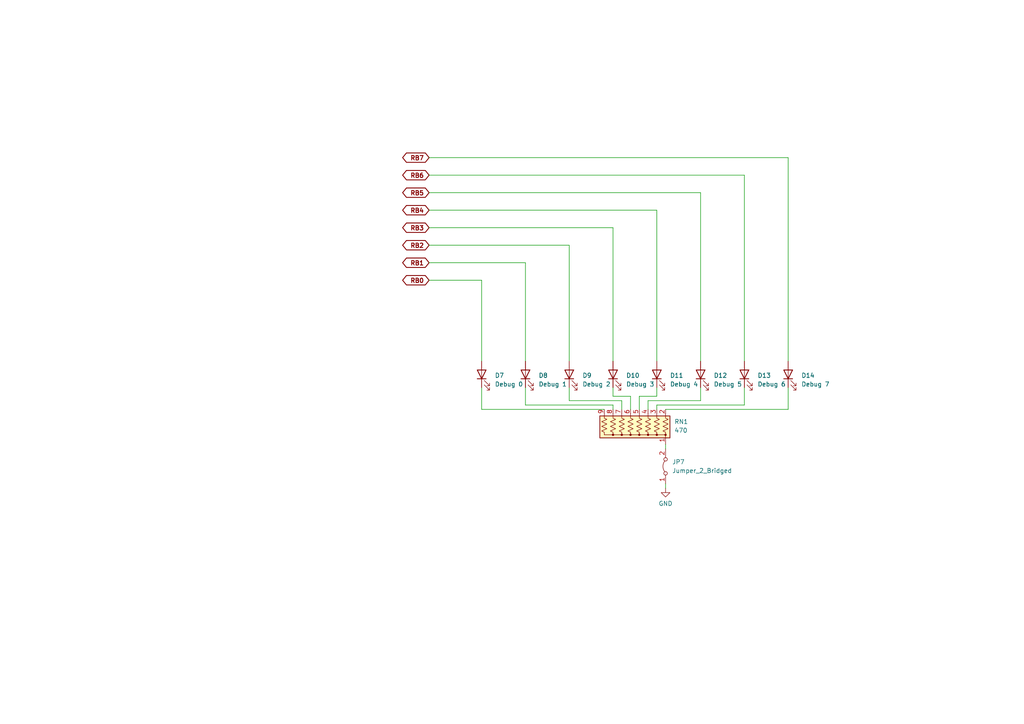
<source format=kicad_sch>
(kicad_sch
	(version 20231120)
	(generator "eeschema")
	(generator_version "8.0")
	(uuid "31d4d824-fa3f-4f73-a983-6b77b692d6db")
	(paper "A4")
	(lib_symbols
		(symbol "Device:LED"
			(pin_numbers hide)
			(pin_names
				(offset 1.016) hide)
			(exclude_from_sim no)
			(in_bom yes)
			(on_board yes)
			(property "Reference" "D"
				(at 0 2.54 0)
				(effects
					(font
						(size 1.27 1.27)
					)
				)
			)
			(property "Value" "LED"
				(at 0 -2.54 0)
				(effects
					(font
						(size 1.27 1.27)
					)
				)
			)
			(property "Footprint" ""
				(at 0 0 0)
				(effects
					(font
						(size 1.27 1.27)
					)
					(hide yes)
				)
			)
			(property "Datasheet" "~"
				(at 0 0 0)
				(effects
					(font
						(size 1.27 1.27)
					)
					(hide yes)
				)
			)
			(property "Description" "Light emitting diode"
				(at 0 0 0)
				(effects
					(font
						(size 1.27 1.27)
					)
					(hide yes)
				)
			)
			(property "ki_keywords" "LED diode"
				(at 0 0 0)
				(effects
					(font
						(size 1.27 1.27)
					)
					(hide yes)
				)
			)
			(property "ki_fp_filters" "LED* LED_SMD:* LED_THT:*"
				(at 0 0 0)
				(effects
					(font
						(size 1.27 1.27)
					)
					(hide yes)
				)
			)
			(symbol "LED_0_1"
				(polyline
					(pts
						(xy -1.27 -1.27) (xy -1.27 1.27)
					)
					(stroke
						(width 0.254)
						(type default)
					)
					(fill
						(type none)
					)
				)
				(polyline
					(pts
						(xy -1.27 0) (xy 1.27 0)
					)
					(stroke
						(width 0)
						(type default)
					)
					(fill
						(type none)
					)
				)
				(polyline
					(pts
						(xy 1.27 -1.27) (xy 1.27 1.27) (xy -1.27 0) (xy 1.27 -1.27)
					)
					(stroke
						(width 0.254)
						(type default)
					)
					(fill
						(type none)
					)
				)
				(polyline
					(pts
						(xy -3.048 -0.762) (xy -4.572 -2.286) (xy -3.81 -2.286) (xy -4.572 -2.286) (xy -4.572 -1.524)
					)
					(stroke
						(width 0)
						(type default)
					)
					(fill
						(type none)
					)
				)
				(polyline
					(pts
						(xy -1.778 -0.762) (xy -3.302 -2.286) (xy -2.54 -2.286) (xy -3.302 -2.286) (xy -3.302 -1.524)
					)
					(stroke
						(width 0)
						(type default)
					)
					(fill
						(type none)
					)
				)
			)
			(symbol "LED_1_1"
				(pin passive line
					(at -3.81 0 0)
					(length 2.54)
					(name "K"
						(effects
							(font
								(size 1.27 1.27)
							)
						)
					)
					(number "1"
						(effects
							(font
								(size 1.27 1.27)
							)
						)
					)
				)
				(pin passive line
					(at 3.81 0 180)
					(length 2.54)
					(name "A"
						(effects
							(font
								(size 1.27 1.27)
							)
						)
					)
					(number "2"
						(effects
							(font
								(size 1.27 1.27)
							)
						)
					)
				)
			)
		)
		(symbol "Device:R_Network08_US"
			(pin_names
				(offset 0) hide)
			(exclude_from_sim no)
			(in_bom yes)
			(on_board yes)
			(property "Reference" "RN"
				(at -12.7 0 90)
				(effects
					(font
						(size 1.27 1.27)
					)
				)
			)
			(property "Value" "R_Network08_US"
				(at 10.16 0 90)
				(effects
					(font
						(size 1.27 1.27)
					)
				)
			)
			(property "Footprint" "Resistor_THT:R_Array_SIP9"
				(at 12.065 0 90)
				(effects
					(font
						(size 1.27 1.27)
					)
					(hide yes)
				)
			)
			(property "Datasheet" "http://www.vishay.com/docs/31509/csc.pdf"
				(at 0 0 0)
				(effects
					(font
						(size 1.27 1.27)
					)
					(hide yes)
				)
			)
			(property "Description" "8 resistor network, star topology, bussed resistors, small US symbol"
				(at 0 0 0)
				(effects
					(font
						(size 1.27 1.27)
					)
					(hide yes)
				)
			)
			(property "ki_keywords" "R network star-topology"
				(at 0 0 0)
				(effects
					(font
						(size 1.27 1.27)
					)
					(hide yes)
				)
			)
			(property "ki_fp_filters" "R?Array?SIP*"
				(at 0 0 0)
				(effects
					(font
						(size 1.27 1.27)
					)
					(hide yes)
				)
			)
			(symbol "R_Network08_US_0_1"
				(rectangle
					(start -11.43 -3.175)
					(end 8.89 3.175)
					(stroke
						(width 0.254)
						(type default)
					)
					(fill
						(type background)
					)
				)
				(circle
					(center -10.16 2.286)
					(radius 0.254)
					(stroke
						(width 0)
						(type default)
					)
					(fill
						(type outline)
					)
				)
				(circle
					(center -7.62 2.286)
					(radius 0.254)
					(stroke
						(width 0)
						(type default)
					)
					(fill
						(type outline)
					)
				)
				(circle
					(center -5.08 2.286)
					(radius 0.254)
					(stroke
						(width 0)
						(type default)
					)
					(fill
						(type outline)
					)
				)
				(circle
					(center -2.54 2.286)
					(radius 0.254)
					(stroke
						(width 0)
						(type default)
					)
					(fill
						(type outline)
					)
				)
				(polyline
					(pts
						(xy -10.16 2.286) (xy 7.62 2.286)
					)
					(stroke
						(width 0)
						(type default)
					)
					(fill
						(type none)
					)
				)
				(polyline
					(pts
						(xy -10.16 2.286) (xy -10.16 1.524) (xy -9.398 1.1684) (xy -10.922 0.508) (xy -9.398 -0.1524)
						(xy -10.922 -0.8382) (xy -9.398 -1.524) (xy -10.922 -2.1844) (xy -10.16 -2.54) (xy -10.16 -3.81)
					)
					(stroke
						(width 0)
						(type default)
					)
					(fill
						(type none)
					)
				)
				(polyline
					(pts
						(xy -7.62 2.286) (xy -7.62 1.524) (xy -6.858 1.1684) (xy -8.382 0.508) (xy -6.858 -0.1524) (xy -8.382 -0.8382)
						(xy -6.858 -1.524) (xy -8.382 -2.1844) (xy -7.62 -2.54) (xy -7.62 -3.81)
					)
					(stroke
						(width 0)
						(type default)
					)
					(fill
						(type none)
					)
				)
				(polyline
					(pts
						(xy -5.08 2.286) (xy -5.08 1.524) (xy -4.318 1.1684) (xy -5.842 0.508) (xy -4.318 -0.1524) (xy -5.842 -0.8382)
						(xy -4.318 -1.524) (xy -5.842 -2.1844) (xy -5.08 -2.54) (xy -5.08 -3.81)
					)
					(stroke
						(width 0)
						(type default)
					)
					(fill
						(type none)
					)
				)
				(polyline
					(pts
						(xy -2.54 2.286) (xy -2.54 1.524) (xy -1.778 1.1684) (xy -3.302 0.508) (xy -1.778 -0.1524) (xy -3.302 -0.8382)
						(xy -1.778 -1.524) (xy -3.302 -2.1844) (xy -2.54 -2.54) (xy -2.54 -3.81)
					)
					(stroke
						(width 0)
						(type default)
					)
					(fill
						(type none)
					)
				)
				(polyline
					(pts
						(xy 0 2.286) (xy 0 1.524) (xy 0.762 1.1684) (xy -0.762 0.508) (xy 0.762 -0.1524) (xy -0.762 -0.8382)
						(xy 0.762 -1.524) (xy -0.762 -2.1844) (xy 0 -2.54) (xy 0 -3.81)
					)
					(stroke
						(width 0)
						(type default)
					)
					(fill
						(type none)
					)
				)
				(polyline
					(pts
						(xy 2.54 2.286) (xy 2.54 1.524) (xy 3.302 1.1684) (xy 1.778 0.508) (xy 3.302 -0.1524) (xy 1.778 -0.8382)
						(xy 3.302 -1.524) (xy 1.778 -2.1844) (xy 2.54 -2.54) (xy 2.54 -3.81)
					)
					(stroke
						(width 0)
						(type default)
					)
					(fill
						(type none)
					)
				)
				(polyline
					(pts
						(xy 5.08 2.286) (xy 5.08 1.524) (xy 5.842 1.1684) (xy 4.318 0.508) (xy 5.842 -0.1524) (xy 4.318 -0.8382)
						(xy 5.842 -1.524) (xy 4.318 -2.1844) (xy 5.08 -2.54) (xy 5.08 -3.81)
					)
					(stroke
						(width 0)
						(type default)
					)
					(fill
						(type none)
					)
				)
				(polyline
					(pts
						(xy 7.62 2.286) (xy 7.62 1.524) (xy 8.382 1.1684) (xy 6.858 0.508) (xy 8.382 -0.1524) (xy 6.858 -0.8382)
						(xy 8.382 -1.524) (xy 6.858 -2.1844) (xy 7.62 -2.54) (xy 7.62 -3.81)
					)
					(stroke
						(width 0)
						(type default)
					)
					(fill
						(type none)
					)
				)
				(circle
					(center 0 2.286)
					(radius 0.254)
					(stroke
						(width 0)
						(type default)
					)
					(fill
						(type outline)
					)
				)
				(circle
					(center 2.54 2.286)
					(radius 0.254)
					(stroke
						(width 0)
						(type default)
					)
					(fill
						(type outline)
					)
				)
				(circle
					(center 5.08 2.286)
					(radius 0.254)
					(stroke
						(width 0)
						(type default)
					)
					(fill
						(type outline)
					)
				)
			)
			(symbol "R_Network08_US_1_1"
				(pin passive line
					(at -10.16 5.08 270)
					(length 2.54)
					(name "common"
						(effects
							(font
								(size 1.27 1.27)
							)
						)
					)
					(number "1"
						(effects
							(font
								(size 1.27 1.27)
							)
						)
					)
				)
				(pin passive line
					(at -10.16 -5.08 90)
					(length 1.27)
					(name "R1"
						(effects
							(font
								(size 1.27 1.27)
							)
						)
					)
					(number "2"
						(effects
							(font
								(size 1.27 1.27)
							)
						)
					)
				)
				(pin passive line
					(at -7.62 -5.08 90)
					(length 1.27)
					(name "R2"
						(effects
							(font
								(size 1.27 1.27)
							)
						)
					)
					(number "3"
						(effects
							(font
								(size 1.27 1.27)
							)
						)
					)
				)
				(pin passive line
					(at -5.08 -5.08 90)
					(length 1.27)
					(name "R3"
						(effects
							(font
								(size 1.27 1.27)
							)
						)
					)
					(number "4"
						(effects
							(font
								(size 1.27 1.27)
							)
						)
					)
				)
				(pin passive line
					(at -2.54 -5.08 90)
					(length 1.27)
					(name "R4"
						(effects
							(font
								(size 1.27 1.27)
							)
						)
					)
					(number "5"
						(effects
							(font
								(size 1.27 1.27)
							)
						)
					)
				)
				(pin passive line
					(at 0 -5.08 90)
					(length 1.27)
					(name "R5"
						(effects
							(font
								(size 1.27 1.27)
							)
						)
					)
					(number "6"
						(effects
							(font
								(size 1.27 1.27)
							)
						)
					)
				)
				(pin passive line
					(at 2.54 -5.08 90)
					(length 1.27)
					(name "R6"
						(effects
							(font
								(size 1.27 1.27)
							)
						)
					)
					(number "7"
						(effects
							(font
								(size 1.27 1.27)
							)
						)
					)
				)
				(pin passive line
					(at 5.08 -5.08 90)
					(length 1.27)
					(name "R7"
						(effects
							(font
								(size 1.27 1.27)
							)
						)
					)
					(number "8"
						(effects
							(font
								(size 1.27 1.27)
							)
						)
					)
				)
				(pin passive line
					(at 7.62 -5.08 90)
					(length 1.27)
					(name "R8"
						(effects
							(font
								(size 1.27 1.27)
							)
						)
					)
					(number "9"
						(effects
							(font
								(size 1.27 1.27)
							)
						)
					)
				)
			)
		)
		(symbol "Jumper:Jumper_2_Bridged"
			(pin_names
				(offset 0) hide)
			(exclude_from_sim no)
			(in_bom yes)
			(on_board yes)
			(property "Reference" "JP"
				(at 0 1.905 0)
				(effects
					(font
						(size 1.27 1.27)
					)
				)
			)
			(property "Value" "Jumper_2_Bridged"
				(at 0 -2.54 0)
				(effects
					(font
						(size 1.27 1.27)
					)
				)
			)
			(property "Footprint" ""
				(at 0 0 0)
				(effects
					(font
						(size 1.27 1.27)
					)
					(hide yes)
				)
			)
			(property "Datasheet" "~"
				(at 0 0 0)
				(effects
					(font
						(size 1.27 1.27)
					)
					(hide yes)
				)
			)
			(property "Description" "Jumper, 2-pole, closed/bridged"
				(at 0 0 0)
				(effects
					(font
						(size 1.27 1.27)
					)
					(hide yes)
				)
			)
			(property "ki_keywords" "Jumper SPST"
				(at 0 0 0)
				(effects
					(font
						(size 1.27 1.27)
					)
					(hide yes)
				)
			)
			(property "ki_fp_filters" "Jumper* TestPoint*2Pads* TestPoint*Bridge*"
				(at 0 0 0)
				(effects
					(font
						(size 1.27 1.27)
					)
					(hide yes)
				)
			)
			(symbol "Jumper_2_Bridged_0_0"
				(circle
					(center -2.032 0)
					(radius 0.508)
					(stroke
						(width 0)
						(type default)
					)
					(fill
						(type none)
					)
				)
				(circle
					(center 2.032 0)
					(radius 0.508)
					(stroke
						(width 0)
						(type default)
					)
					(fill
						(type none)
					)
				)
			)
			(symbol "Jumper_2_Bridged_0_1"
				(arc
					(start 1.524 0.254)
					(mid 0 0.762)
					(end -1.524 0.254)
					(stroke
						(width 0)
						(type default)
					)
					(fill
						(type none)
					)
				)
			)
			(symbol "Jumper_2_Bridged_1_1"
				(pin passive line
					(at -5.08 0 0)
					(length 2.54)
					(name "A"
						(effects
							(font
								(size 1.27 1.27)
							)
						)
					)
					(number "1"
						(effects
							(font
								(size 1.27 1.27)
							)
						)
					)
				)
				(pin passive line
					(at 5.08 0 180)
					(length 2.54)
					(name "B"
						(effects
							(font
								(size 1.27 1.27)
							)
						)
					)
					(number "2"
						(effects
							(font
								(size 1.27 1.27)
							)
						)
					)
				)
			)
		)
		(symbol "power:GND"
			(power)
			(pin_names
				(offset 0)
			)
			(exclude_from_sim no)
			(in_bom yes)
			(on_board yes)
			(property "Reference" "#PWR"
				(at 0 -6.35 0)
				(effects
					(font
						(size 1.27 1.27)
					)
					(hide yes)
				)
			)
			(property "Value" "GND"
				(at 0 -3.81 0)
				(effects
					(font
						(size 1.27 1.27)
					)
				)
			)
			(property "Footprint" ""
				(at 0 0 0)
				(effects
					(font
						(size 1.27 1.27)
					)
					(hide yes)
				)
			)
			(property "Datasheet" ""
				(at 0 0 0)
				(effects
					(font
						(size 1.27 1.27)
					)
					(hide yes)
				)
			)
			(property "Description" "Power symbol creates a global label with name \"GND\" , ground"
				(at 0 0 0)
				(effects
					(font
						(size 1.27 1.27)
					)
					(hide yes)
				)
			)
			(property "ki_keywords" "power-flag"
				(at 0 0 0)
				(effects
					(font
						(size 1.27 1.27)
					)
					(hide yes)
				)
			)
			(symbol "GND_0_1"
				(polyline
					(pts
						(xy 0 0) (xy 0 -1.27) (xy 1.27 -1.27) (xy 0 -2.54) (xy -1.27 -1.27) (xy 0 -1.27)
					)
					(stroke
						(width 0)
						(type default)
					)
					(fill
						(type none)
					)
				)
			)
			(symbol "GND_1_1"
				(pin power_in line
					(at 0 0 270)
					(length 0) hide
					(name "GND"
						(effects
							(font
								(size 1.27 1.27)
							)
						)
					)
					(number "1"
						(effects
							(font
								(size 1.27 1.27)
							)
						)
					)
				)
			)
		)
	)
	(wire
		(pts
			(xy 228.6 112.395) (xy 228.6 118.745)
		)
		(stroke
			(width 0)
			(type default)
		)
		(uuid "01ed2f85-4f28-432a-84c1-4c0072fd46e3")
	)
	(wire
		(pts
			(xy 152.4 112.395) (xy 152.4 117.475)
		)
		(stroke
			(width 0)
			(type default)
		)
		(uuid "084002e1-72a7-437f-b586-bd62b1358379")
	)
	(wire
		(pts
			(xy 193.04 140.335) (xy 193.04 141.605)
		)
		(stroke
			(width 0)
			(type default)
		)
		(uuid "0908d014-a548-4233-95a4-bf76e43da03e")
	)
	(wire
		(pts
			(xy 177.8 114.935) (xy 182.88 114.935)
		)
		(stroke
			(width 0)
			(type default)
		)
		(uuid "0b900f27-0c59-4583-9a55-b6cf0645d118")
	)
	(wire
		(pts
			(xy 190.5 60.96) (xy 190.5 104.775)
		)
		(stroke
			(width 0)
			(type default)
		)
		(uuid "0d7286d4-28d6-4dd8-ab5b-0f7b2cf3d84d")
	)
	(wire
		(pts
			(xy 180.34 116.205) (xy 180.34 118.745)
		)
		(stroke
			(width 0)
			(type default)
		)
		(uuid "1965d59c-bdb0-4091-8fba-2825e80311b1")
	)
	(wire
		(pts
			(xy 165.1 104.775) (xy 165.1 71.12)
		)
		(stroke
			(width 0)
			(type default)
		)
		(uuid "1cb3ae9e-8639-4313-92b3-6693d1e6e395")
	)
	(wire
		(pts
			(xy 203.2 55.88) (xy 124.46 55.88)
		)
		(stroke
			(width 0)
			(type default)
		)
		(uuid "20d1c083-cdf8-4cd1-9724-1aaf093ec13c")
	)
	(wire
		(pts
			(xy 215.9 117.475) (xy 190.5 117.475)
		)
		(stroke
			(width 0)
			(type default)
		)
		(uuid "20d83623-f242-4d7f-be85-242006ec1980")
	)
	(wire
		(pts
			(xy 228.6 118.745) (xy 193.04 118.745)
		)
		(stroke
			(width 0)
			(type default)
		)
		(uuid "274b8c99-ec8c-4fb3-bf96-0368bcf3e96c")
	)
	(wire
		(pts
			(xy 124.46 60.96) (xy 190.5 60.96)
		)
		(stroke
			(width 0)
			(type default)
		)
		(uuid "2949c690-4af3-4393-a998-f1fd66b50602")
	)
	(wire
		(pts
			(xy 203.2 112.395) (xy 203.2 116.205)
		)
		(stroke
			(width 0)
			(type default)
		)
		(uuid "2da7270c-ddce-481e-a7b6-3a70716a6dc5")
	)
	(wire
		(pts
			(xy 190.5 112.395) (xy 190.5 114.935)
		)
		(stroke
			(width 0)
			(type default)
		)
		(uuid "3270db57-6ace-49b9-89e9-2f8143a333b5")
	)
	(wire
		(pts
			(xy 203.2 104.775) (xy 203.2 55.88)
		)
		(stroke
			(width 0)
			(type default)
		)
		(uuid "3fd63ce6-f9e5-45da-8476-e3f26a94ae28")
	)
	(wire
		(pts
			(xy 165.1 71.12) (xy 124.46 71.12)
		)
		(stroke
			(width 0)
			(type default)
		)
		(uuid "54fec53c-03c1-4359-a909-0b23d08e68f4")
	)
	(wire
		(pts
			(xy 165.1 116.205) (xy 180.34 116.205)
		)
		(stroke
			(width 0)
			(type default)
		)
		(uuid "5d0ca7ae-4aa6-4fce-a4df-0cb55427b4d4")
	)
	(wire
		(pts
			(xy 139.7 104.775) (xy 139.7 81.28)
		)
		(stroke
			(width 0)
			(type default)
		)
		(uuid "5d231739-ff4c-470b-a76b-54acc02bd3e9")
	)
	(wire
		(pts
			(xy 152.4 117.475) (xy 177.8 117.475)
		)
		(stroke
			(width 0)
			(type default)
		)
		(uuid "60884fc4-8b4a-462f-b56c-3295841d1c73")
	)
	(wire
		(pts
			(xy 177.8 104.775) (xy 177.8 66.04)
		)
		(stroke
			(width 0)
			(type default)
		)
		(uuid "6be01060-cb1d-41aa-b4ba-b30fc21ceb95")
	)
	(wire
		(pts
			(xy 187.96 116.205) (xy 187.96 118.745)
		)
		(stroke
			(width 0)
			(type default)
		)
		(uuid "7656cb43-7329-4230-8a91-cc0769f0afe1")
	)
	(wire
		(pts
			(xy 165.1 112.395) (xy 165.1 116.205)
		)
		(stroke
			(width 0)
			(type default)
		)
		(uuid "7cef85e2-0872-4389-92bd-1c56cc826bc3")
	)
	(wire
		(pts
			(xy 228.6 104.775) (xy 228.6 45.72)
		)
		(stroke
			(width 0)
			(type default)
		)
		(uuid "839fd4de-6bee-4f34-bb68-262b4b1f43d0")
	)
	(wire
		(pts
			(xy 139.7 112.395) (xy 139.7 118.745)
		)
		(stroke
			(width 0)
			(type default)
		)
		(uuid "847dacf3-0b21-4991-b8bb-f681cc03db31")
	)
	(wire
		(pts
			(xy 190.5 117.475) (xy 190.5 118.745)
		)
		(stroke
			(width 0)
			(type default)
		)
		(uuid "903a7851-2e17-4509-8670-bd1f775618e7")
	)
	(wire
		(pts
			(xy 185.42 114.935) (xy 185.42 118.745)
		)
		(stroke
			(width 0)
			(type default)
		)
		(uuid "952688c6-a1a9-4e25-bf6b-aca0678b9fbc")
	)
	(wire
		(pts
			(xy 139.7 81.28) (xy 124.46 81.28)
		)
		(stroke
			(width 0)
			(type default)
		)
		(uuid "9892b9a1-c668-425c-85e4-8313281a5618")
	)
	(wire
		(pts
			(xy 190.5 114.935) (xy 185.42 114.935)
		)
		(stroke
			(width 0)
			(type default)
		)
		(uuid "99312b0b-c9d2-498f-93a5-110e2cd8730a")
	)
	(wire
		(pts
			(xy 177.8 117.475) (xy 177.8 118.745)
		)
		(stroke
			(width 0)
			(type default)
		)
		(uuid "9e9e59aa-f274-4e2a-adf0-807b40476dd1")
	)
	(wire
		(pts
			(xy 124.46 76.2) (xy 152.4 76.2)
		)
		(stroke
			(width 0)
			(type default)
		)
		(uuid "a054c65c-23f7-422f-9d6d-384acc0b39a5")
	)
	(wire
		(pts
			(xy 177.8 66.04) (xy 124.46 66.04)
		)
		(stroke
			(width 0)
			(type default)
		)
		(uuid "af19a0dc-9639-48e8-b178-fc6fbb8db2e8")
	)
	(wire
		(pts
			(xy 139.7 118.745) (xy 175.26 118.745)
		)
		(stroke
			(width 0)
			(type default)
		)
		(uuid "aff20bfb-a38d-483c-a44d-9d6cbe006bfa")
	)
	(wire
		(pts
			(xy 215.9 50.8) (xy 215.9 104.775)
		)
		(stroke
			(width 0)
			(type default)
		)
		(uuid "b35ba7f2-82ad-41b1-860c-f8865c3fba17")
	)
	(wire
		(pts
			(xy 215.9 112.395) (xy 215.9 117.475)
		)
		(stroke
			(width 0)
			(type default)
		)
		(uuid "ba85a3d9-9aac-424e-ad40-1f63df9a095b")
	)
	(wire
		(pts
			(xy 193.04 128.905) (xy 193.04 130.175)
		)
		(stroke
			(width 0)
			(type default)
		)
		(uuid "c15cebbb-a6ee-4e47-89b1-ddec340a2783")
	)
	(wire
		(pts
			(xy 177.8 112.395) (xy 177.8 114.935)
		)
		(stroke
			(width 0)
			(type default)
		)
		(uuid "c4d55d89-b74d-4283-becd-bfc4db73de70")
	)
	(wire
		(pts
			(xy 182.88 114.935) (xy 182.88 118.745)
		)
		(stroke
			(width 0)
			(type default)
		)
		(uuid "c6eaca22-6c0e-486e-8890-b94a964b872e")
	)
	(wire
		(pts
			(xy 124.46 50.8) (xy 215.9 50.8)
		)
		(stroke
			(width 0)
			(type default)
		)
		(uuid "dab86d41-02c2-43f1-beb7-95c50c0ee123")
	)
	(wire
		(pts
			(xy 152.4 76.2) (xy 152.4 104.775)
		)
		(stroke
			(width 0)
			(type default)
		)
		(uuid "e6a48e10-c4fa-4c72-af04-a6844433e597")
	)
	(wire
		(pts
			(xy 203.2 116.205) (xy 187.96 116.205)
		)
		(stroke
			(width 0)
			(type default)
		)
		(uuid "ea93bfc3-57b5-496e-8114-556159b339fe")
	)
	(wire
		(pts
			(xy 124.46 45.72) (xy 228.6 45.72)
		)
		(stroke
			(width 0)
			(type default)
		)
		(uuid "f80beb1e-3945-4608-969c-ea65260003ef")
	)
	(global_label "RB3"
		(shape bidirectional)
		(at 124.46 66.04 180)
		(fields_autoplaced yes)
		(effects
			(font
				(size 1.27 1.27)
				(bold yes)
			)
			(justify right)
		)
		(uuid "3a8a8af5-fe8e-478b-8b3b-47dbb92098a0")
		(property "Intersheetrefs" "${INTERSHEET_REFS}"
			(at 118.107 66.167 0)
			(effects
				(font
					(size 1.27 1.27)
					(bold yes)
				)
				(justify right)
				(hide yes)
			)
		)
	)
	(global_label "RB7"
		(shape bidirectional)
		(at 124.46 45.72 180)
		(fields_autoplaced yes)
		(effects
			(font
				(size 1.27 1.27)
				(bold yes)
			)
			(justify right)
		)
		(uuid "3a8da08f-671c-4961-9e59-b9f9f6f59f40")
		(property "Intersheetrefs" "${INTERSHEET_REFS}"
			(at 118.107 45.847 0)
			(effects
				(font
					(size 1.27 1.27)
					(bold yes)
				)
				(justify right)
				(hide yes)
			)
		)
	)
	(global_label "RB6"
		(shape bidirectional)
		(at 124.46 50.8 180)
		(fields_autoplaced yes)
		(effects
			(font
				(size 1.27 1.27)
				(bold yes)
			)
			(justify right)
		)
		(uuid "8ec64d82-2363-409c-b276-2562d28f496f")
		(property "Intersheetrefs" "${INTERSHEET_REFS}"
			(at 118.107 50.927 0)
			(effects
				(font
					(size 1.27 1.27)
					(bold yes)
				)
				(justify right)
				(hide yes)
			)
		)
	)
	(global_label "RB4"
		(shape bidirectional)
		(at 124.46 60.96 180)
		(fields_autoplaced yes)
		(effects
			(font
				(size 1.27 1.27)
				(bold yes)
			)
			(justify right)
		)
		(uuid "96c87177-4dca-4d03-a115-9e5d470ae25d")
		(property "Intersheetrefs" "${INTERSHEET_REFS}"
			(at 118.107 61.087 0)
			(effects
				(font
					(size 1.27 1.27)
					(bold yes)
				)
				(justify right)
				(hide yes)
			)
		)
	)
	(global_label "RB2"
		(shape bidirectional)
		(at 124.46 71.12 180)
		(fields_autoplaced yes)
		(effects
			(font
				(size 1.27 1.27)
				(bold yes)
			)
			(justify right)
		)
		(uuid "9d7fb73d-2f70-4c63-a519-17b6f1e22909")
		(property "Intersheetrefs" "${INTERSHEET_REFS}"
			(at 118.107 71.247 0)
			(effects
				(font
					(size 1.27 1.27)
					(bold yes)
				)
				(justify right)
				(hide yes)
			)
		)
	)
	(global_label "RB1"
		(shape bidirectional)
		(at 124.46 76.2 180)
		(fields_autoplaced yes)
		(effects
			(font
				(size 1.27 1.27)
				(bold yes)
			)
			(justify right)
		)
		(uuid "cf02358c-777a-4a61-9486-2be6adb509a9")
		(property "Intersheetrefs" "${INTERSHEET_REFS}"
			(at 118.107 76.327 0)
			(effects
				(font
					(size 1.27 1.27)
					(bold yes)
				)
				(justify right)
				(hide yes)
			)
		)
	)
	(global_label "RB5"
		(shape bidirectional)
		(at 124.46 55.88 180)
		(fields_autoplaced yes)
		(effects
			(font
				(size 1.27 1.27)
				(bold yes)
			)
			(justify right)
		)
		(uuid "d3bf2054-44a4-4c81-bf69-921774248769")
		(property "Intersheetrefs" "${INTERSHEET_REFS}"
			(at 118.107 56.007 0)
			(effects
				(font
					(size 1.27 1.27)
					(bold yes)
				)
				(justify right)
				(hide yes)
			)
		)
	)
	(global_label "RB0"
		(shape bidirectional)
		(at 124.46 81.28 180)
		(fields_autoplaced yes)
		(effects
			(font
				(size 1.27 1.27)
				(bold yes)
			)
			(justify right)
		)
		(uuid "dfd7efa9-041f-46eb-9ae0-397ef4385b5d")
		(property "Intersheetrefs" "${INTERSHEET_REFS}"
			(at 118.107 81.407 0)
			(effects
				(font
					(size 1.27 1.27)
					(bold yes)
				)
				(justify right)
				(hide yes)
			)
		)
	)
	(symbol
		(lib_id "Device:LED")
		(at 139.7 108.585 90)
		(unit 1)
		(exclude_from_sim no)
		(in_bom yes)
		(on_board yes)
		(dnp no)
		(fields_autoplaced yes)
		(uuid "094a0c1f-b730-467c-a18f-bd93e610cadb")
		(property "Reference" "D7"
			(at 143.51 108.9024 90)
			(effects
				(font
					(size 1.27 1.27)
				)
				(justify right)
			)
		)
		(property "Value" "Debug 0"
			(at 143.51 111.4424 90)
			(effects
				(font
					(size 1.27 1.27)
				)
				(justify right)
			)
		)
		(property "Footprint" "Diode_SMD:D_0805_2012Metric_Pad1.15x1.40mm_HandSolder"
			(at 139.7 108.585 0)
			(effects
				(font
					(size 1.27 1.27)
				)
				(hide yes)
			)
		)
		(property "Datasheet" "~"
			(at 139.7 108.585 0)
			(effects
				(font
					(size 1.27 1.27)
				)
				(hide yes)
			)
		)
		(property "Description" ""
			(at 139.7 108.585 0)
			(effects
				(font
					(size 1.27 1.27)
				)
				(hide yes)
			)
		)
		(pin "1"
			(uuid "bb371772-d0f6-470c-9b89-1b784a7f6d1c")
		)
		(pin "2"
			(uuid "122c178e-01e0-47d8-bbf7-ab6f7ee373d7")
		)
		(instances
			(project "ATV_Project_Slave Barg"
				(path "/e63e39d7-6ac0-4ffd-8aa3-1841a4541b55/2cd8d581-723b-40c1-996d-16e806b7842c"
					(reference "D7")
					(unit 1)
				)
			)
		)
	)
	(symbol
		(lib_id "Device:R_Network08_US")
		(at 182.88 123.825 180)
		(unit 1)
		(exclude_from_sim no)
		(in_bom yes)
		(on_board yes)
		(dnp no)
		(fields_autoplaced yes)
		(uuid "16eb2dc7-5858-4824-8132-5539c8926762")
		(property "Reference" "RN1"
			(at 195.58 122.3009 0)
			(effects
				(font
					(size 1.27 1.27)
				)
				(justify right)
			)
		)
		(property "Value" "470"
			(at 195.58 124.8409 0)
			(effects
				(font
					(size 1.27 1.27)
				)
				(justify right)
			)
		)
		(property "Footprint" "Resistor_THT:R_Array_SIP9"
			(at 170.815 123.825 90)
			(effects
				(font
					(size 1.27 1.27)
				)
				(hide yes)
			)
		)
		(property "Datasheet" "http://www.vishay.com/docs/31509/csc.pdf"
			(at 182.88 123.825 0)
			(effects
				(font
					(size 1.27 1.27)
				)
				(hide yes)
			)
		)
		(property "Description" ""
			(at 182.88 123.825 0)
			(effects
				(font
					(size 1.27 1.27)
				)
				(hide yes)
			)
		)
		(pin "1"
			(uuid "799984b0-b44f-4b3d-9e97-2d96280b2ac3")
		)
		(pin "2"
			(uuid "3c9069a7-4381-4e8c-8f18-e70ff974d619")
		)
		(pin "3"
			(uuid "5fdcb0aa-6b37-4c13-949a-5c1d4f72880d")
		)
		(pin "4"
			(uuid "fac8b674-4c67-4e6e-9615-41a362cce8b4")
		)
		(pin "5"
			(uuid "0879be65-2563-46e9-b3e7-188ac9968573")
		)
		(pin "6"
			(uuid "02ff266e-f817-450c-9a85-2d4077dec1c6")
		)
		(pin "7"
			(uuid "8ba18160-1fad-4fa6-ac7e-4c6dd4ceb7b5")
		)
		(pin "8"
			(uuid "78aee354-58bb-45aa-a96e-41ad1f9357b0")
		)
		(pin "9"
			(uuid "8f902ff0-5f4a-49c5-80df-a47727b32ef1")
		)
		(instances
			(project "ATV_Project_Slave Barg"
				(path "/e63e39d7-6ac0-4ffd-8aa3-1841a4541b55/2cd8d581-723b-40c1-996d-16e806b7842c"
					(reference "RN1")
					(unit 1)
				)
			)
		)
	)
	(symbol
		(lib_id "power:GND")
		(at 193.04 141.605 0)
		(unit 1)
		(exclude_from_sim no)
		(in_bom yes)
		(on_board yes)
		(dnp no)
		(fields_autoplaced yes)
		(uuid "2a1e2584-d086-497a-8946-b9689169938c")
		(property "Reference" "#PWR024"
			(at 193.04 147.955 0)
			(effects
				(font
					(size 1.27 1.27)
				)
				(hide yes)
			)
		)
		(property "Value" "GND"
			(at 193.04 146.05 0)
			(effects
				(font
					(size 1.27 1.27)
				)
			)
		)
		(property "Footprint" ""
			(at 193.04 141.605 0)
			(effects
				(font
					(size 1.27 1.27)
				)
				(hide yes)
			)
		)
		(property "Datasheet" ""
			(at 193.04 141.605 0)
			(effects
				(font
					(size 1.27 1.27)
				)
				(hide yes)
			)
		)
		(property "Description" ""
			(at 193.04 141.605 0)
			(effects
				(font
					(size 1.27 1.27)
				)
				(hide yes)
			)
		)
		(pin "1"
			(uuid "23e3cf96-a246-4125-b41c-eac135d19d65")
		)
		(instances
			(project "ATV_Project_Slave Barg"
				(path "/e63e39d7-6ac0-4ffd-8aa3-1841a4541b55/2cd8d581-723b-40c1-996d-16e806b7842c"
					(reference "#PWR024")
					(unit 1)
				)
			)
		)
	)
	(symbol
		(lib_id "Device:LED")
		(at 165.1 108.585 90)
		(unit 1)
		(exclude_from_sim no)
		(in_bom yes)
		(on_board yes)
		(dnp no)
		(fields_autoplaced yes)
		(uuid "306259eb-c0d2-484a-bd06-0b7f6cd63912")
		(property "Reference" "D9"
			(at 168.91 108.9024 90)
			(effects
				(font
					(size 1.27 1.27)
				)
				(justify right)
			)
		)
		(property "Value" "Debug 2"
			(at 168.91 111.4424 90)
			(effects
				(font
					(size 1.27 1.27)
				)
				(justify right)
			)
		)
		(property "Footprint" "Diode_SMD:D_0805_2012Metric_Pad1.15x1.40mm_HandSolder"
			(at 165.1 108.585 0)
			(effects
				(font
					(size 1.27 1.27)
				)
				(hide yes)
			)
		)
		(property "Datasheet" "~"
			(at 165.1 108.585 0)
			(effects
				(font
					(size 1.27 1.27)
				)
				(hide yes)
			)
		)
		(property "Description" ""
			(at 165.1 108.585 0)
			(effects
				(font
					(size 1.27 1.27)
				)
				(hide yes)
			)
		)
		(pin "1"
			(uuid "1c02a0f5-58bc-4329-a3e6-791d13335b5a")
		)
		(pin "2"
			(uuid "b34fa30b-1a0e-4ef8-a11f-ca7f95843f46")
		)
		(instances
			(project "ATV_Project_Slave Barg"
				(path "/e63e39d7-6ac0-4ffd-8aa3-1841a4541b55/2cd8d581-723b-40c1-996d-16e806b7842c"
					(reference "D9")
					(unit 1)
				)
			)
		)
	)
	(symbol
		(lib_id "Device:LED")
		(at 228.6 108.585 90)
		(unit 1)
		(exclude_from_sim no)
		(in_bom yes)
		(on_board yes)
		(dnp no)
		(fields_autoplaced yes)
		(uuid "7640d25f-05ed-4687-8337-39b6f1e8f871")
		(property "Reference" "D14"
			(at 232.41 108.9024 90)
			(effects
				(font
					(size 1.27 1.27)
				)
				(justify right)
			)
		)
		(property "Value" "Debug 7"
			(at 232.41 111.4424 90)
			(effects
				(font
					(size 1.27 1.27)
				)
				(justify right)
			)
		)
		(property "Footprint" "Diode_SMD:D_0805_2012Metric_Pad1.15x1.40mm_HandSolder"
			(at 228.6 108.585 0)
			(effects
				(font
					(size 1.27 1.27)
				)
				(hide yes)
			)
		)
		(property "Datasheet" "~"
			(at 228.6 108.585 0)
			(effects
				(font
					(size 1.27 1.27)
				)
				(hide yes)
			)
		)
		(property "Description" ""
			(at 228.6 108.585 0)
			(effects
				(font
					(size 1.27 1.27)
				)
				(hide yes)
			)
		)
		(pin "1"
			(uuid "945d47af-d960-4b3b-a74a-4317c9add362")
		)
		(pin "2"
			(uuid "970ac703-3d26-4d67-97f6-82bc7b333ae4")
		)
		(instances
			(project "ATV_Project_Slave Barg"
				(path "/e63e39d7-6ac0-4ffd-8aa3-1841a4541b55/2cd8d581-723b-40c1-996d-16e806b7842c"
					(reference "D14")
					(unit 1)
				)
			)
		)
	)
	(symbol
		(lib_id "Device:LED")
		(at 190.5 108.585 90)
		(unit 1)
		(exclude_from_sim no)
		(in_bom yes)
		(on_board yes)
		(dnp no)
		(uuid "78c186a4-ba8c-4e02-9984-fd50f2d12f43")
		(property "Reference" "D11"
			(at 194.31 108.9024 90)
			(effects
				(font
					(size 1.27 1.27)
				)
				(justify right)
			)
		)
		(property "Value" "Debug 4"
			(at 194.31 111.4424 90)
			(effects
				(font
					(size 1.27 1.27)
				)
				(justify right)
			)
		)
		(property "Footprint" "Diode_SMD:D_0805_2012Metric_Pad1.15x1.40mm_HandSolder"
			(at 190.5 108.585 0)
			(effects
				(font
					(size 1.27 1.27)
				)
				(hide yes)
			)
		)
		(property "Datasheet" "~"
			(at 190.5 108.585 0)
			(effects
				(font
					(size 1.27 1.27)
				)
				(hide yes)
			)
		)
		(property "Description" ""
			(at 190.5 108.585 0)
			(effects
				(font
					(size 1.27 1.27)
				)
				(hide yes)
			)
		)
		(pin "1"
			(uuid "b27a1243-b629-4a10-b7ea-7a69e0dfd98b")
		)
		(pin "2"
			(uuid "80643ba1-c0b8-4fd2-8160-3da0482b334c")
		)
		(instances
			(project "ATV_Project_Slave Barg"
				(path "/e63e39d7-6ac0-4ffd-8aa3-1841a4541b55/2cd8d581-723b-40c1-996d-16e806b7842c"
					(reference "D11")
					(unit 1)
				)
			)
		)
	)
	(symbol
		(lib_id "Device:LED")
		(at 203.2 108.585 90)
		(unit 1)
		(exclude_from_sim no)
		(in_bom yes)
		(on_board yes)
		(dnp no)
		(fields_autoplaced yes)
		(uuid "7cfc3322-28d8-40e1-9a5f-70fd9cbf9636")
		(property "Reference" "D12"
			(at 207.01 108.9024 90)
			(effects
				(font
					(size 1.27 1.27)
				)
				(justify right)
			)
		)
		(property "Value" "Debug 5"
			(at 207.01 111.4424 90)
			(effects
				(font
					(size 1.27 1.27)
				)
				(justify right)
			)
		)
		(property "Footprint" "Diode_SMD:D_0805_2012Metric_Pad1.15x1.40mm_HandSolder"
			(at 203.2 108.585 0)
			(effects
				(font
					(size 1.27 1.27)
				)
				(hide yes)
			)
		)
		(property "Datasheet" "~"
			(at 203.2 108.585 0)
			(effects
				(font
					(size 1.27 1.27)
				)
				(hide yes)
			)
		)
		(property "Description" ""
			(at 203.2 108.585 0)
			(effects
				(font
					(size 1.27 1.27)
				)
				(hide yes)
			)
		)
		(pin "1"
			(uuid "84f26e7a-f8fa-4a4b-98a8-c5717104a0a4")
		)
		(pin "2"
			(uuid "0cc1dd83-5c90-420d-9851-51d341aa4817")
		)
		(instances
			(project "ATV_Project_Slave Barg"
				(path "/e63e39d7-6ac0-4ffd-8aa3-1841a4541b55/2cd8d581-723b-40c1-996d-16e806b7842c"
					(reference "D12")
					(unit 1)
				)
			)
		)
	)
	(symbol
		(lib_id "Device:LED")
		(at 215.9 108.585 90)
		(unit 1)
		(exclude_from_sim no)
		(in_bom yes)
		(on_board yes)
		(dnp no)
		(uuid "9ebb28ef-ffc4-4ed2-805f-76802270e3a3")
		(property "Reference" "D13"
			(at 219.71 108.9024 90)
			(effects
				(font
					(size 1.27 1.27)
				)
				(justify right)
			)
		)
		(property "Value" "Debug 6"
			(at 219.71 111.4424 90)
			(effects
				(font
					(size 1.27 1.27)
				)
				(justify right)
			)
		)
		(property "Footprint" "Diode_SMD:D_0805_2012Metric_Pad1.15x1.40mm_HandSolder"
			(at 215.9 108.585 0)
			(effects
				(font
					(size 1.27 1.27)
				)
				(hide yes)
			)
		)
		(property "Datasheet" "~"
			(at 215.9 108.585 0)
			(effects
				(font
					(size 1.27 1.27)
				)
				(hide yes)
			)
		)
		(property "Description" ""
			(at 215.9 108.585 0)
			(effects
				(font
					(size 1.27 1.27)
				)
				(hide yes)
			)
		)
		(pin "1"
			(uuid "edaf39f2-96ae-42d2-98c1-2cb10b7dfd12")
		)
		(pin "2"
			(uuid "69cd35a4-d00f-47da-888d-bf4b6eb9bfb7")
		)
		(instances
			(project "ATV_Project_Slave Barg"
				(path "/e63e39d7-6ac0-4ffd-8aa3-1841a4541b55/2cd8d581-723b-40c1-996d-16e806b7842c"
					(reference "D13")
					(unit 1)
				)
			)
		)
	)
	(symbol
		(lib_id "Jumper:Jumper_2_Bridged")
		(at 193.04 135.255 90)
		(unit 1)
		(exclude_from_sim no)
		(in_bom yes)
		(on_board yes)
		(dnp no)
		(fields_autoplaced yes)
		(uuid "ae6f7838-7bae-465a-871f-6f6089ceb79b")
		(property "Reference" "JP7"
			(at 194.945 133.9849 90)
			(effects
				(font
					(size 1.27 1.27)
				)
				(justify right)
			)
		)
		(property "Value" "Jumper_2_Bridged"
			(at 194.945 136.5249 90)
			(effects
				(font
					(size 1.27 1.27)
				)
				(justify right)
			)
		)
		(property "Footprint" "ATVProject_Library:2 Pin Header"
			(at 193.04 135.255 0)
			(effects
				(font
					(size 1.27 1.27)
				)
				(hide yes)
			)
		)
		(property "Datasheet" "~"
			(at 193.04 135.255 0)
			(effects
				(font
					(size 1.27 1.27)
				)
				(hide yes)
			)
		)
		(property "Description" ""
			(at 193.04 135.255 0)
			(effects
				(font
					(size 1.27 1.27)
				)
				(hide yes)
			)
		)
		(pin "1"
			(uuid "84091c05-9949-4cc2-b554-f505641ff925")
		)
		(pin "2"
			(uuid "502dc65d-0bc2-4b83-9cde-137181b52fcd")
		)
		(instances
			(project "ATV_Project_Slave Barg"
				(path "/e63e39d7-6ac0-4ffd-8aa3-1841a4541b55/2cd8d581-723b-40c1-996d-16e806b7842c"
					(reference "JP7")
					(unit 1)
				)
			)
		)
	)
	(symbol
		(lib_id "Device:LED")
		(at 177.8 108.585 90)
		(unit 1)
		(exclude_from_sim no)
		(in_bom yes)
		(on_board yes)
		(dnp no)
		(uuid "b1000839-194c-4e6c-a633-8f20714c152d")
		(property "Reference" "D10"
			(at 181.61 108.9024 90)
			(effects
				(font
					(size 1.27 1.27)
				)
				(justify right)
			)
		)
		(property "Value" "Debug 3"
			(at 181.61 111.4424 90)
			(effects
				(font
					(size 1.27 1.27)
				)
				(justify right)
			)
		)
		(property "Footprint" "Diode_SMD:D_0805_2012Metric_Pad1.15x1.40mm_HandSolder"
			(at 177.8 108.585 0)
			(effects
				(font
					(size 1.27 1.27)
				)
				(hide yes)
			)
		)
		(property "Datasheet" "~"
			(at 177.8 108.585 0)
			(effects
				(font
					(size 1.27 1.27)
				)
				(hide yes)
			)
		)
		(property "Description" ""
			(at 177.8 108.585 0)
			(effects
				(font
					(size 1.27 1.27)
				)
				(hide yes)
			)
		)
		(pin "1"
			(uuid "34cd8008-bc16-4652-a3e4-53caa4102006")
		)
		(pin "2"
			(uuid "0285d319-f61a-4266-8935-cc8a37c176fa")
		)
		(instances
			(project "ATV_Project_Slave Barg"
				(path "/e63e39d7-6ac0-4ffd-8aa3-1841a4541b55/2cd8d581-723b-40c1-996d-16e806b7842c"
					(reference "D10")
					(unit 1)
				)
			)
		)
	)
	(symbol
		(lib_id "Device:LED")
		(at 152.4 108.585 90)
		(unit 1)
		(exclude_from_sim no)
		(in_bom yes)
		(on_board yes)
		(dnp no)
		(uuid "e9051a94-4f43-4a04-bc17-d0c2308cd658")
		(property "Reference" "D8"
			(at 156.21 108.9024 90)
			(effects
				(font
					(size 1.27 1.27)
				)
				(justify right)
			)
		)
		(property "Value" "Debug 1"
			(at 156.21 111.4424 90)
			(effects
				(font
					(size 1.27 1.27)
				)
				(justify right)
			)
		)
		(property "Footprint" "Diode_SMD:D_0805_2012Metric_Pad1.15x1.40mm_HandSolder"
			(at 152.4 108.585 0)
			(effects
				(font
					(size 1.27 1.27)
				)
				(hide yes)
			)
		)
		(property "Datasheet" "~"
			(at 152.4 108.585 0)
			(effects
				(font
					(size 1.27 1.27)
				)
				(hide yes)
			)
		)
		(property "Description" ""
			(at 152.4 108.585 0)
			(effects
				(font
					(size 1.27 1.27)
				)
				(hide yes)
			)
		)
		(pin "1"
			(uuid "96b9ecc9-dec3-4cad-9174-bb2be634c7f9")
		)
		(pin "2"
			(uuid "8bfb86f6-f866-43ce-911c-6cbb9f482da8")
		)
		(instances
			(project "ATV_Project_Slave Barg"
				(path "/e63e39d7-6ac0-4ffd-8aa3-1841a4541b55/2cd8d581-723b-40c1-996d-16e806b7842c"
					(reference "D8")
					(unit 1)
				)
			)
		)
	)
)
</source>
